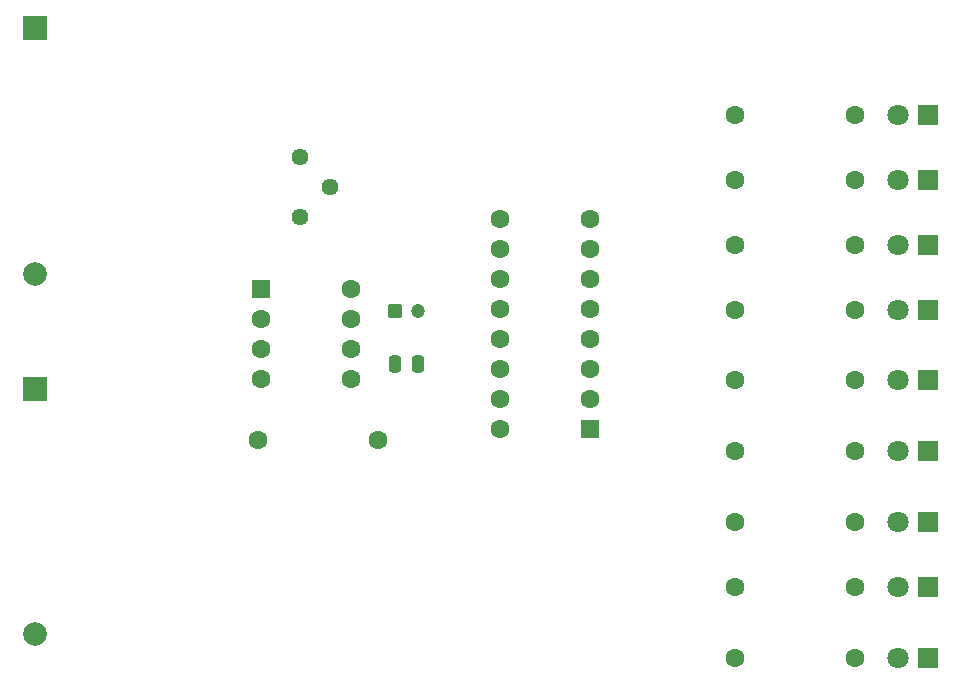
<source format=gbr>
%TF.GenerationSoftware,KiCad,Pcbnew,9.0.5*%
%TF.CreationDate,2025-10-19T16:10:15+05:30*%
%TF.ProjectId,KICADWORKSHOP_LED_CHASER,4b494341-4457-44f5-924b-53484f505f4c,rev?*%
%TF.SameCoordinates,Original*%
%TF.FileFunction,Soldermask,Bot*%
%TF.FilePolarity,Negative*%
%FSLAX46Y46*%
G04 Gerber Fmt 4.6, Leading zero omitted, Abs format (unit mm)*
G04 Created by KiCad (PCBNEW 9.0.5) date 2025-10-19 16:10:15*
%MOMM*%
%LPD*%
G01*
G04 APERTURE LIST*
G04 Aperture macros list*
%AMRoundRect*
0 Rectangle with rounded corners*
0 $1 Rounding radius*
0 $2 $3 $4 $5 $6 $7 $8 $9 X,Y pos of 4 corners*
0 Add a 4 corners polygon primitive as box body*
4,1,4,$2,$3,$4,$5,$6,$7,$8,$9,$2,$3,0*
0 Add four circle primitives for the rounded corners*
1,1,$1+$1,$2,$3*
1,1,$1+$1,$4,$5*
1,1,$1+$1,$6,$7*
1,1,$1+$1,$8,$9*
0 Add four rect primitives between the rounded corners*
20,1,$1+$1,$2,$3,$4,$5,0*
20,1,$1+$1,$4,$5,$6,$7,0*
20,1,$1+$1,$6,$7,$8,$9,0*
20,1,$1+$1,$8,$9,$2,$3,0*%
G04 Aperture macros list end*
%ADD10RoundRect,0.250000X0.550000X0.550000X-0.550000X0.550000X-0.550000X-0.550000X0.550000X-0.550000X0*%
%ADD11C,1.600000*%
%ADD12RoundRect,0.250000X-0.550000X-0.550000X0.550000X-0.550000X0.550000X0.550000X-0.550000X0.550000X0*%
%ADD13C,1.440000*%
%ADD14R,1.800000X1.800000*%
%ADD15C,1.800000*%
%ADD16RoundRect,0.250000X-0.250000X-0.475000X0.250000X-0.475000X0.250000X0.475000X-0.250000X0.475000X0*%
%ADD17RoundRect,0.250000X-0.350000X-0.350000X0.350000X-0.350000X0.350000X0.350000X-0.350000X0.350000X0*%
%ADD18C,1.200000*%
%ADD19R,2.000000X2.000000*%
%ADD20C,2.000000*%
G04 APERTURE END LIST*
D10*
%TO.C,U2*%
X135120000Y-68080000D03*
D11*
X135120000Y-65540000D03*
X135120000Y-63000000D03*
X135120000Y-60460000D03*
X135120000Y-57920000D03*
X135120000Y-55380000D03*
X135120000Y-52840000D03*
X135120000Y-50300000D03*
X127500000Y-50300000D03*
X127500000Y-52840000D03*
X127500000Y-55380000D03*
X127500000Y-57920000D03*
X127500000Y-60460000D03*
X127500000Y-63000000D03*
X127500000Y-65540000D03*
X127500000Y-68080000D03*
%TD*%
D12*
%TO.C,U1*%
X107300000Y-56270000D03*
D11*
X107300000Y-58810000D03*
X107300000Y-61350000D03*
X107300000Y-63890000D03*
X114920000Y-63890000D03*
X114920000Y-61350000D03*
X114920000Y-58810000D03*
X114920000Y-56270000D03*
%TD*%
D13*
%TO.C,RV1*%
X110620000Y-50120000D03*
X113160000Y-47580000D03*
X110620000Y-45040000D03*
%TD*%
D11*
%TO.C,R10*%
X147420000Y-87500000D03*
X157580000Y-87500000D03*
%TD*%
%TO.C,R9*%
X147420000Y-81500000D03*
X157580000Y-81500000D03*
%TD*%
%TO.C,R8*%
X147420000Y-76000000D03*
X157580000Y-76000000D03*
%TD*%
%TO.C,R7*%
X147420000Y-70000000D03*
X157580000Y-70000000D03*
%TD*%
%TO.C,R6*%
X147420000Y-64000000D03*
X157580000Y-64000000D03*
%TD*%
%TO.C,R5*%
X147420000Y-58000000D03*
X157580000Y-58000000D03*
%TD*%
%TO.C,R4*%
X147420000Y-52500000D03*
X157580000Y-52500000D03*
%TD*%
%TO.C,R3*%
X147420000Y-47000000D03*
X157580000Y-47000000D03*
%TD*%
%TO.C,R2*%
X147420000Y-41500000D03*
X157580000Y-41500000D03*
%TD*%
%TO.C,R1*%
X107025000Y-69080000D03*
X117185000Y-69080000D03*
%TD*%
D14*
%TO.C,D9*%
X163770000Y-87500000D03*
D15*
X161230000Y-87500000D03*
%TD*%
D14*
%TO.C,D8*%
X163770000Y-81500000D03*
D15*
X161230000Y-81500000D03*
%TD*%
D14*
%TO.C,D7*%
X163770000Y-76000000D03*
D15*
X161230000Y-76000000D03*
%TD*%
D14*
%TO.C,D6*%
X163770000Y-70000000D03*
D15*
X161230000Y-70000000D03*
%TD*%
D14*
%TO.C,D5*%
X163770000Y-64000000D03*
D15*
X161230000Y-64000000D03*
%TD*%
D14*
%TO.C,D4*%
X163770000Y-58000000D03*
D15*
X161230000Y-58000000D03*
%TD*%
D14*
%TO.C,D3*%
X163770000Y-52500000D03*
D15*
X161230000Y-52500000D03*
%TD*%
D14*
%TO.C,D2*%
X163770000Y-47000000D03*
D15*
X161230000Y-47000000D03*
%TD*%
D14*
%TO.C,D1*%
X163770000Y-41500000D03*
D15*
X161230000Y-41500000D03*
%TD*%
D16*
%TO.C,C2*%
X118655000Y-62580000D03*
X120555000Y-62580000D03*
%TD*%
D17*
%TO.C,C1*%
X118605000Y-58080000D03*
D18*
X120605000Y-58080000D03*
%TD*%
D19*
%TO.C,BT2*%
X88120000Y-64682546D03*
D20*
X88120000Y-85482546D03*
%TD*%
D19*
%TO.C,BT1*%
X88120000Y-34182546D03*
D20*
X88120000Y-54982546D03*
%TD*%
M02*

</source>
